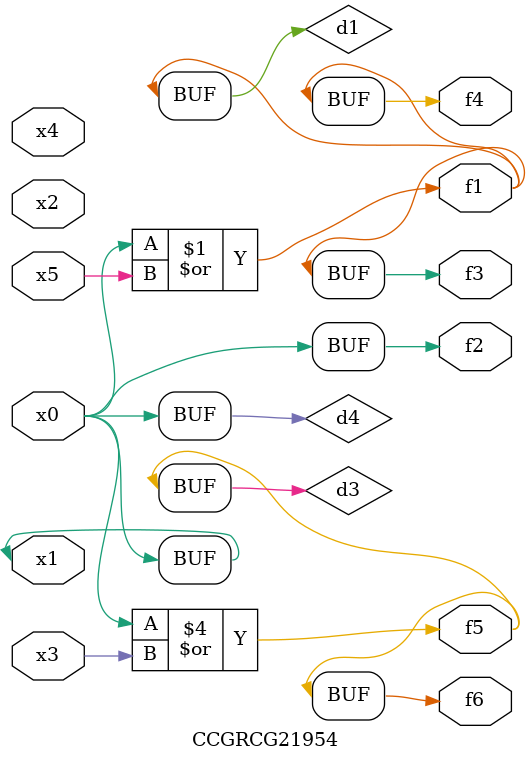
<source format=v>
module CCGRCG21954(
	input x0, x1, x2, x3, x4, x5,
	output f1, f2, f3, f4, f5, f6
);

	wire d1, d2, d3, d4;

	or (d1, x0, x5);
	xnor (d2, x1, x4);
	or (d3, x0, x3);
	buf (d4, x0, x1);
	assign f1 = d1;
	assign f2 = d4;
	assign f3 = d1;
	assign f4 = d1;
	assign f5 = d3;
	assign f6 = d3;
endmodule

</source>
